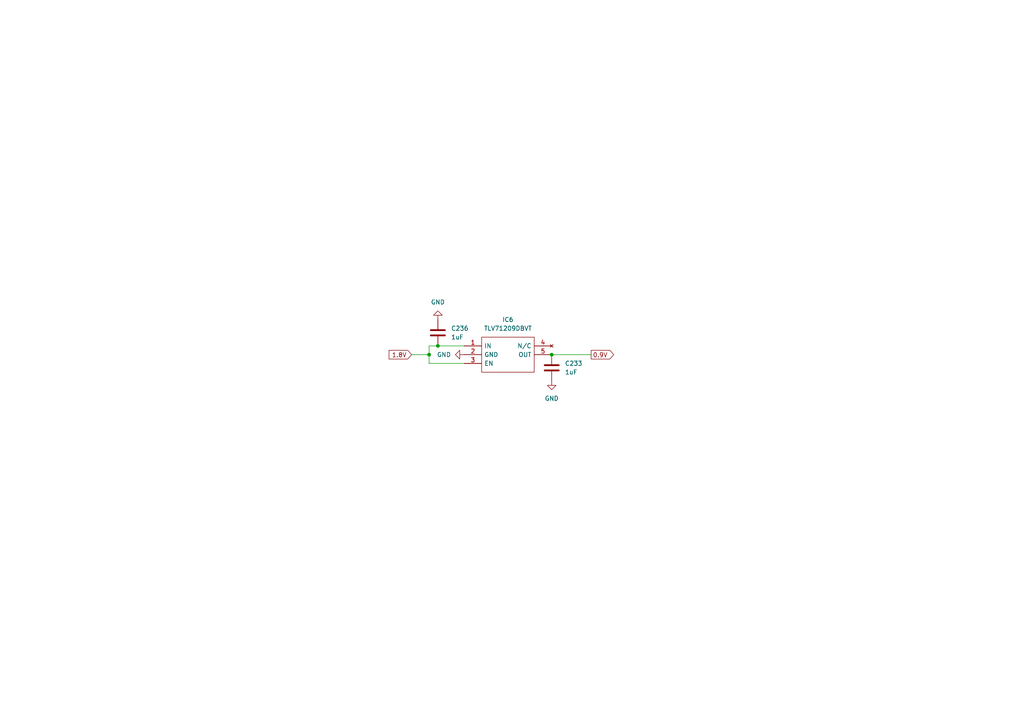
<source format=kicad_sch>
(kicad_sch
	(version 20231120)
	(generator "eeschema")
	(generator_version "8.0")
	(uuid "d0b39d94-1d42-41d4-86f6-653a50105456")
	(paper "A4")
	(title_block
		(company "Michael Meyers")
	)
	(lib_symbols
		(symbol "Device:C"
			(pin_numbers hide)
			(pin_names
				(offset 0.254)
			)
			(exclude_from_sim no)
			(in_bom yes)
			(on_board yes)
			(property "Reference" "C"
				(at 0.635 2.54 0)
				(effects
					(font
						(size 1.27 1.27)
					)
					(justify left)
				)
			)
			(property "Value" "C"
				(at 0.635 -2.54 0)
				(effects
					(font
						(size 1.27 1.27)
					)
					(justify left)
				)
			)
			(property "Footprint" ""
				(at 0.9652 -3.81 0)
				(effects
					(font
						(size 1.27 1.27)
					)
					(hide yes)
				)
			)
			(property "Datasheet" "~"
				(at 0 0 0)
				(effects
					(font
						(size 1.27 1.27)
					)
					(hide yes)
				)
			)
			(property "Description" "Unpolarized capacitor"
				(at 0 0 0)
				(effects
					(font
						(size 1.27 1.27)
					)
					(hide yes)
				)
			)
			(property "ki_keywords" "cap capacitor"
				(at 0 0 0)
				(effects
					(font
						(size 1.27 1.27)
					)
					(hide yes)
				)
			)
			(property "ki_fp_filters" "C_*"
				(at 0 0 0)
				(effects
					(font
						(size 1.27 1.27)
					)
					(hide yes)
				)
			)
			(symbol "C_0_1"
				(polyline
					(pts
						(xy -2.032 -0.762) (xy 2.032 -0.762)
					)
					(stroke
						(width 0.508)
						(type default)
					)
					(fill
						(type none)
					)
				)
				(polyline
					(pts
						(xy -2.032 0.762) (xy 2.032 0.762)
					)
					(stroke
						(width 0.508)
						(type default)
					)
					(fill
						(type none)
					)
				)
			)
			(symbol "C_1_1"
				(pin passive line
					(at 0 3.81 270)
					(length 2.794)
					(name "~"
						(effects
							(font
								(size 1.27 1.27)
							)
						)
					)
					(number "1"
						(effects
							(font
								(size 1.27 1.27)
							)
						)
					)
				)
				(pin passive line
					(at 0 -3.81 90)
					(length 2.794)
					(name "~"
						(effects
							(font
								(size 1.27 1.27)
							)
						)
					)
					(number "2"
						(effects
							(font
								(size 1.27 1.27)
							)
						)
					)
				)
			)
		)
		(symbol "SamacSys_Parts:TLV71209DBVT"
			(pin_names
				(offset 0.762)
			)
			(exclude_from_sim no)
			(in_bom yes)
			(on_board yes)
			(property "Reference" "IC"
				(at 21.59 7.62 0)
				(effects
					(font
						(size 1.27 1.27)
					)
					(justify left)
				)
			)
			(property "Value" "TLV71209DBVT"
				(at 21.59 5.08 0)
				(effects
					(font
						(size 1.27 1.27)
					)
					(justify left)
				)
			)
			(property "Footprint" "SOT95P280X145-5N"
				(at 21.59 2.54 0)
				(effects
					(font
						(size 1.27 1.27)
					)
					(justify left)
					(hide yes)
				)
			)
			(property "Datasheet" "http://www.ti.com/lit/gpn/tlv712"
				(at 21.59 0 0)
				(effects
					(font
						(size 1.27 1.27)
					)
					(justify left)
					(hide yes)
				)
			)
			(property "Description" "300-mA, Sub-Band-Gap Output Voltage, Low-Iq, Low-Dropout Regulator"
				(at 0 0 0)
				(effects
					(font
						(size 1.27 1.27)
					)
					(hide yes)
				)
			)
			(property "Description_1" "300-mA, Sub-Band-Gap Output Voltage, Low-Iq, Low-Dropout Regulator"
				(at 21.59 -2.54 0)
				(effects
					(font
						(size 1.27 1.27)
					)
					(justify left)
					(hide yes)
				)
			)
			(property "Height" "1.45"
				(at 21.59 -5.08 0)
				(effects
					(font
						(size 1.27 1.27)
					)
					(justify left)
					(hide yes)
				)
			)
			(property "Manufacturer_Name" "Texas Instruments"
				(at 21.59 -7.62 0)
				(effects
					(font
						(size 1.27 1.27)
					)
					(justify left)
					(hide yes)
				)
			)
			(property "Manufacturer_Part_Number" "TLV71209DBVT"
				(at 21.59 -10.16 0)
				(effects
					(font
						(size 1.27 1.27)
					)
					(justify left)
					(hide yes)
				)
			)
			(property "Mouser Part Number" "595-TLV71209DBVT"
				(at 21.59 -12.7 0)
				(effects
					(font
						(size 1.27 1.27)
					)
					(justify left)
					(hide yes)
				)
			)
			(property "Mouser Price/Stock" "https://www.mouser.co.uk/ProductDetail/Texas-Instruments/TLV71209DBVT?qs=Ze4%2FuFuz19LNQPPpaPhR2w%3D%3D"
				(at 21.59 -15.24 0)
				(effects
					(font
						(size 1.27 1.27)
					)
					(justify left)
					(hide yes)
				)
			)
			(property "Arrow Part Number" "TLV71209DBVT"
				(at 21.59 -17.78 0)
				(effects
					(font
						(size 1.27 1.27)
					)
					(justify left)
					(hide yes)
				)
			)
			(property "Arrow Price/Stock" "https://www.arrow.com/en/products/tlv71209dbvt/texas-instruments?region=nac"
				(at 21.59 -20.32 0)
				(effects
					(font
						(size 1.27 1.27)
					)
					(justify left)
					(hide yes)
				)
			)
			(symbol "TLV71209DBVT_0_0"
				(pin passive line
					(at 0 0 0)
					(length 5.08)
					(name "IN"
						(effects
							(font
								(size 1.27 1.27)
							)
						)
					)
					(number "1"
						(effects
							(font
								(size 1.27 1.27)
							)
						)
					)
				)
				(pin passive line
					(at 0 -2.54 0)
					(length 5.08)
					(name "GND"
						(effects
							(font
								(size 1.27 1.27)
							)
						)
					)
					(number "2"
						(effects
							(font
								(size 1.27 1.27)
							)
						)
					)
				)
				(pin passive line
					(at 0 -5.08 0)
					(length 5.08)
					(name "EN"
						(effects
							(font
								(size 1.27 1.27)
							)
						)
					)
					(number "3"
						(effects
							(font
								(size 1.27 1.27)
							)
						)
					)
				)
				(pin no_connect line
					(at 25.4 0 180)
					(length 5.08)
					(name "N/C"
						(effects
							(font
								(size 1.27 1.27)
							)
						)
					)
					(number "4"
						(effects
							(font
								(size 1.27 1.27)
							)
						)
					)
				)
				(pin passive line
					(at 25.4 -2.54 180)
					(length 5.08)
					(name "OUT"
						(effects
							(font
								(size 1.27 1.27)
							)
						)
					)
					(number "5"
						(effects
							(font
								(size 1.27 1.27)
							)
						)
					)
				)
			)
			(symbol "TLV71209DBVT_0_1"
				(polyline
					(pts
						(xy 5.08 2.54) (xy 20.32 2.54) (xy 20.32 -7.62) (xy 5.08 -7.62) (xy 5.08 2.54)
					)
					(stroke
						(width 0.1524)
						(type solid)
					)
					(fill
						(type none)
					)
				)
			)
		)
		(symbol "power:GND"
			(power)
			(pin_numbers hide)
			(pin_names
				(offset 0) hide)
			(exclude_from_sim no)
			(in_bom yes)
			(on_board yes)
			(property "Reference" "#PWR"
				(at 0 -6.35 0)
				(effects
					(font
						(size 1.27 1.27)
					)
					(hide yes)
				)
			)
			(property "Value" "GND"
				(at 0 -3.81 0)
				(effects
					(font
						(size 1.27 1.27)
					)
				)
			)
			(property "Footprint" ""
				(at 0 0 0)
				(effects
					(font
						(size 1.27 1.27)
					)
					(hide yes)
				)
			)
			(property "Datasheet" ""
				(at 0 0 0)
				(effects
					(font
						(size 1.27 1.27)
					)
					(hide yes)
				)
			)
			(property "Description" "Power symbol creates a global label with name \"GND\" , ground"
				(at 0 0 0)
				(effects
					(font
						(size 1.27 1.27)
					)
					(hide yes)
				)
			)
			(property "ki_keywords" "global power"
				(at 0 0 0)
				(effects
					(font
						(size 1.27 1.27)
					)
					(hide yes)
				)
			)
			(symbol "GND_0_1"
				(polyline
					(pts
						(xy 0 0) (xy 0 -1.27) (xy 1.27 -1.27) (xy 0 -2.54) (xy -1.27 -1.27) (xy 0 -1.27)
					)
					(stroke
						(width 0)
						(type default)
					)
					(fill
						(type none)
					)
				)
			)
			(symbol "GND_1_1"
				(pin power_in line
					(at 0 0 270)
					(length 0)
					(name "~"
						(effects
							(font
								(size 1.27 1.27)
							)
						)
					)
					(number "1"
						(effects
							(font
								(size 1.27 1.27)
							)
						)
					)
				)
			)
		)
	)
	(junction
		(at 160.02 102.87)
		(diameter 0)
		(color 0 0 0 0)
		(uuid "7ff2dc78-081d-48eb-bb58-631b8d910f1c")
	)
	(junction
		(at 124.46 102.87)
		(diameter 0)
		(color 0 0 0 0)
		(uuid "b721ddd6-7116-4c07-91b7-e1e468fa1a70")
	)
	(junction
		(at 127 100.33)
		(diameter 0)
		(color 0 0 0 0)
		(uuid "c2d3cce5-3131-4333-bda0-5c1b90a92580")
	)
	(wire
		(pts
			(xy 160.02 102.87) (xy 171.45 102.87)
		)
		(stroke
			(width 0)
			(type default)
		)
		(uuid "161bff3a-cb4d-4113-b696-84247d8d9452")
	)
	(wire
		(pts
			(xy 124.46 105.41) (xy 124.46 102.87)
		)
		(stroke
			(width 0)
			(type default)
		)
		(uuid "66e14f5a-4cf9-446c-bae5-7e57811dc99a")
	)
	(wire
		(pts
			(xy 127 100.33) (xy 134.62 100.33)
		)
		(stroke
			(width 0)
			(type default)
		)
		(uuid "6f74f6e9-b43c-40a2-bda6-ee9946627609")
	)
	(wire
		(pts
			(xy 124.46 100.33) (xy 127 100.33)
		)
		(stroke
			(width 0)
			(type default)
		)
		(uuid "8b47b121-d9e9-4ca6-9474-04e36551b51f")
	)
	(wire
		(pts
			(xy 124.46 102.87) (xy 124.46 100.33)
		)
		(stroke
			(width 0)
			(type default)
		)
		(uuid "98bb802d-ec87-4664-8d6e-2ecd15a3de5b")
	)
	(wire
		(pts
			(xy 134.62 105.41) (xy 124.46 105.41)
		)
		(stroke
			(width 0)
			(type default)
		)
		(uuid "bb4f5202-03c9-4d81-a503-f6fda8d3676b")
	)
	(wire
		(pts
			(xy 119.38 102.87) (xy 124.46 102.87)
		)
		(stroke
			(width 0)
			(type default)
		)
		(uuid "e265f6ac-1273-4a83-94ab-2f8075ae7da7")
	)
	(global_label "1.8V"
		(shape input)
		(at 119.38 102.87 180)
		(fields_autoplaced yes)
		(effects
			(font
				(size 1.27 1.27)
			)
			(justify right)
		)
		(uuid "786da8d7-f355-4e5b-af31-5bad01cc4df3")
		(property "Intersheetrefs" "${INTERSHEET_REFS}"
			(at 112.2824 102.87 0)
			(effects
				(font
					(size 1.27 1.27)
				)
				(justify right)
				(hide yes)
			)
		)
	)
	(global_label "0.9V"
		(shape output)
		(at 171.45 102.87 0)
		(fields_autoplaced yes)
		(effects
			(font
				(size 1.27 1.27)
			)
			(justify left)
		)
		(uuid "c8688214-f418-47ee-a4c3-3749581772e0")
		(property "Intersheetrefs" "${INTERSHEET_REFS}"
			(at 178.5476 102.87 0)
			(effects
				(font
					(size 1.27 1.27)
				)
				(justify left)
				(hide yes)
			)
		)
	)
	(symbol
		(lib_id "power:GND")
		(at 160.02 110.49 0)
		(unit 1)
		(exclude_from_sim no)
		(in_bom yes)
		(on_board yes)
		(dnp no)
		(fields_autoplaced yes)
		(uuid "042b3b75-a9ab-4aa5-9556-2f3d6ae02a97")
		(property "Reference" "#PWR0232"
			(at 160.02 116.84 0)
			(effects
				(font
					(size 1.27 1.27)
				)
				(hide yes)
			)
		)
		(property "Value" "GND"
			(at 160.02 115.57 0)
			(effects
				(font
					(size 1.27 1.27)
				)
			)
		)
		(property "Footprint" ""
			(at 160.02 110.49 0)
			(effects
				(font
					(size 1.27 1.27)
				)
				(hide yes)
			)
		)
		(property "Datasheet" ""
			(at 160.02 110.49 0)
			(effects
				(font
					(size 1.27 1.27)
				)
				(hide yes)
			)
		)
		(property "Description" "Power symbol creates a global label with name \"GND\" , ground"
			(at 160.02 110.49 0)
			(effects
				(font
					(size 1.27 1.27)
				)
				(hide yes)
			)
		)
		(pin "1"
			(uuid "1a009a93-3b73-4a88-83ea-8b663e828460")
		)
		(instances
			(project "Power_Supplies"
				(path "/5266cf9e-da90-4c53-80fd-cf3dbed42632/03d1dd7c-322d-4278-ab1a-c5f616c27c1a"
					(reference "#PWR0232")
					(unit 1)
				)
			)
		)
	)
	(symbol
		(lib_id "power:GND")
		(at 134.62 102.87 270)
		(unit 1)
		(exclude_from_sim no)
		(in_bom yes)
		(on_board yes)
		(dnp no)
		(fields_autoplaced yes)
		(uuid "080d5e71-19eb-43bc-a43c-519b1fbeb409")
		(property "Reference" "#PWR0230"
			(at 128.27 102.87 0)
			(effects
				(font
					(size 1.27 1.27)
				)
				(hide yes)
			)
		)
		(property "Value" "GND"
			(at 130.81 102.8699 90)
			(effects
				(font
					(size 1.27 1.27)
				)
				(justify right)
			)
		)
		(property "Footprint" ""
			(at 134.62 102.87 0)
			(effects
				(font
					(size 1.27 1.27)
				)
				(hide yes)
			)
		)
		(property "Datasheet" ""
			(at 134.62 102.87 0)
			(effects
				(font
					(size 1.27 1.27)
				)
				(hide yes)
			)
		)
		(property "Description" "Power symbol creates a global label with name \"GND\" , ground"
			(at 134.62 102.87 0)
			(effects
				(font
					(size 1.27 1.27)
				)
				(hide yes)
			)
		)
		(pin "1"
			(uuid "325cf72d-a7ae-4dc9-b69b-4f917f92632f")
		)
		(instances
			(project "Power_Supplies"
				(path "/5266cf9e-da90-4c53-80fd-cf3dbed42632/03d1dd7c-322d-4278-ab1a-c5f616c27c1a"
					(reference "#PWR0230")
					(unit 1)
				)
			)
		)
	)
	(symbol
		(lib_id "Device:C")
		(at 160.02 106.68 0)
		(unit 1)
		(exclude_from_sim no)
		(in_bom yes)
		(on_board yes)
		(dnp no)
		(fields_autoplaced yes)
		(uuid "1b76f617-eeea-4420-a9eb-15a73245185b")
		(property "Reference" "C233"
			(at 163.83 105.4099 0)
			(effects
				(font
					(size 1.27 1.27)
				)
				(justify left)
			)
		)
		(property "Value" "1uF"
			(at 163.83 107.9499 0)
			(effects
				(font
					(size 1.27 1.27)
				)
				(justify left)
			)
		)
		(property "Footprint" "Capacitor_SMD:C_0402_1005Metric"
			(at 160.9852 110.49 0)
			(effects
				(font
					(size 1.27 1.27)
				)
				(hide yes)
			)
		)
		(property "Datasheet" "~"
			(at 160.02 106.68 0)
			(effects
				(font
					(size 1.27 1.27)
				)
				(hide yes)
			)
		)
		(property "Description" "Unpolarized capacitor"
			(at 160.02 106.68 0)
			(effects
				(font
					(size 1.27 1.27)
				)
				(hide yes)
			)
		)
		(pin "1"
			(uuid "592f405c-fdff-4d74-b8f3-fd45f9eabc59")
		)
		(pin "2"
			(uuid "b7a73f3a-04cb-43e3-81af-dc9ecaee7206")
		)
		(instances
			(project "Power_Supplies"
				(path "/5266cf9e-da90-4c53-80fd-cf3dbed42632/03d1dd7c-322d-4278-ab1a-c5f616c27c1a"
					(reference "C233")
					(unit 1)
				)
			)
		)
	)
	(symbol
		(lib_id "SamacSys_Parts:TLV71209DBVT")
		(at 134.62 100.33 0)
		(unit 1)
		(exclude_from_sim no)
		(in_bom yes)
		(on_board yes)
		(dnp no)
		(fields_autoplaced yes)
		(uuid "323b3c40-4f9e-430d-88a2-b803b557720a")
		(property "Reference" "IC6"
			(at 147.32 92.71 0)
			(effects
				(font
					(size 1.27 1.27)
				)
			)
		)
		(property "Value" "TLV71209DBVT"
			(at 147.32 95.25 0)
			(effects
				(font
					(size 1.27 1.27)
				)
			)
		)
		(property "Footprint" "SOT95P280X145-5N"
			(at 156.21 97.79 0)
			(effects
				(font
					(size 1.27 1.27)
				)
				(justify left)
				(hide yes)
			)
		)
		(property "Datasheet" "http://www.ti.com/lit/gpn/tlv712"
			(at 156.21 100.33 0)
			(effects
				(font
					(size 1.27 1.27)
				)
				(justify left)
				(hide yes)
			)
		)
		(property "Description" "300-mA, Sub-Band-Gap Output Voltage, Low-Iq, Low-Dropout Regulator"
			(at 134.62 100.33 0)
			(effects
				(font
					(size 1.27 1.27)
				)
				(hide yes)
			)
		)
		(property "Description_1" "300-mA, Sub-Band-Gap Output Voltage, Low-Iq, Low-Dropout Regulator"
			(at 156.21 102.87 0)
			(effects
				(font
					(size 1.27 1.27)
				)
				(justify left)
				(hide yes)
			)
		)
		(property "Height" "1.45"
			(at 156.21 105.41 0)
			(effects
				(font
					(size 1.27 1.27)
				)
				(justify left)
				(hide yes)
			)
		)
		(property "Manufacturer_Name" "Texas Instruments"
			(at 156.21 107.95 0)
			(effects
				(font
					(size 1.27 1.27)
				)
				(justify left)
				(hide yes)
			)
		)
		(property "Manufacturer_Part_Number" "TLV71209DBVT"
			(at 156.21 110.49 0)
			(effects
				(font
					(size 1.27 1.27)
				)
				(justify left)
				(hide yes)
			)
		)
		(property "Mouser Part Number" "595-TLV71209DBVT"
			(at 156.21 113.03 0)
			(effects
				(font
					(size 1.27 1.27)
				)
				(justify left)
				(hide yes)
			)
		)
		(property "Mouser Price/Stock" "https://www.mouser.co.uk/ProductDetail/Texas-Instruments/TLV71209DBVT?qs=Ze4%2FuFuz19LNQPPpaPhR2w%3D%3D"
			(at 156.21 115.57 0)
			(effects
				(font
					(size 1.27 1.27)
				)
				(justify left)
				(hide yes)
			)
		)
		(property "Arrow Part Number" "TLV71209DBVT"
			(at 156.21 118.11 0)
			(effects
				(font
					(size 1.27 1.27)
				)
				(justify left)
				(hide yes)
			)
		)
		(property "Arrow Price/Stock" "https://www.arrow.com/en/products/tlv71209dbvt/texas-instruments?region=nac"
			(at 156.21 120.65 0)
			(effects
				(font
					(size 1.27 1.27)
				)
				(justify left)
				(hide yes)
			)
		)
		(pin "3"
			(uuid "5d0735ff-053c-42f4-9c68-eadc28b73291")
		)
		(pin "4"
			(uuid "ffcc9411-84ba-47c3-b2dd-32d47f68f1ef")
		)
		(pin "2"
			(uuid "1a2cb098-7ba4-4a27-b7a6-c17de06fcdb7")
		)
		(pin "1"
			(uuid "b2039fb5-8946-4061-9e6a-2fe265956d32")
		)
		(pin "5"
			(uuid "59401cea-8359-4c13-84c5-ae0ee6e06505")
		)
		(instances
			(project ""
				(path "/5266cf9e-da90-4c53-80fd-cf3dbed42632/03d1dd7c-322d-4278-ab1a-c5f616c27c1a"
					(reference "IC6")
					(unit 1)
				)
			)
		)
	)
	(symbol
		(lib_id "Device:C")
		(at 127 96.52 0)
		(unit 1)
		(exclude_from_sim no)
		(in_bom yes)
		(on_board yes)
		(dnp no)
		(fields_autoplaced yes)
		(uuid "773a4e1b-5b5c-4c55-a41a-631cd8dacaa3")
		(property "Reference" "C236"
			(at 130.81 95.2499 0)
			(effects
				(font
					(size 1.27 1.27)
				)
				(justify left)
			)
		)
		(property "Value" "1uF"
			(at 130.81 97.7899 0)
			(effects
				(font
					(size 1.27 1.27)
				)
				(justify left)
			)
		)
		(property "Footprint" "Capacitor_SMD:C_0402_1005Metric"
			(at 127.9652 100.33 0)
			(effects
				(font
					(size 1.27 1.27)
				)
				(hide yes)
			)
		)
		(property "Datasheet" "~"
			(at 127 96.52 0)
			(effects
				(font
					(size 1.27 1.27)
				)
				(hide yes)
			)
		)
		(property "Description" "Unpolarized capacitor"
			(at 127 96.52 0)
			(effects
				(font
					(size 1.27 1.27)
				)
				(hide yes)
			)
		)
		(pin "1"
			(uuid "9c6394f5-8ca1-4a63-b3de-6d945c2bbd78")
		)
		(pin "2"
			(uuid "506c18b6-7846-4bce-9621-3d11f45f645e")
		)
		(instances
			(project "Power_Supplies"
				(path "/5266cf9e-da90-4c53-80fd-cf3dbed42632/03d1dd7c-322d-4278-ab1a-c5f616c27c1a"
					(reference "C236")
					(unit 1)
				)
			)
		)
	)
	(symbol
		(lib_id "power:GND")
		(at 127 92.71 180)
		(unit 1)
		(exclude_from_sim no)
		(in_bom yes)
		(on_board yes)
		(dnp no)
		(fields_autoplaced yes)
		(uuid "d2a3ffa6-e004-4aeb-b724-ee5badb35f01")
		(property "Reference" "#PWR0231"
			(at 127 86.36 0)
			(effects
				(font
					(size 1.27 1.27)
				)
				(hide yes)
			)
		)
		(property "Value" "GND"
			(at 127 87.63 0)
			(effects
				(font
					(size 1.27 1.27)
				)
			)
		)
		(property "Footprint" ""
			(at 127 92.71 0)
			(effects
				(font
					(size 1.27 1.27)
				)
				(hide yes)
			)
		)
		(property "Datasheet" ""
			(at 127 92.71 0)
			(effects
				(font
					(size 1.27 1.27)
				)
				(hide yes)
			)
		)
		(property "Description" "Power symbol creates a global label with name \"GND\" , ground"
			(at 127 92.71 0)
			(effects
				(font
					(size 1.27 1.27)
				)
				(hide yes)
			)
		)
		(pin "1"
			(uuid "52ee809e-f13d-4275-b988-ce98511c0ccf")
		)
		(instances
			(project "Power_Supplies"
				(path "/5266cf9e-da90-4c53-80fd-cf3dbed42632/03d1dd7c-322d-4278-ab1a-c5f616c27c1a"
					(reference "#PWR0231")
					(unit 1)
				)
			)
		)
	)
)

</source>
